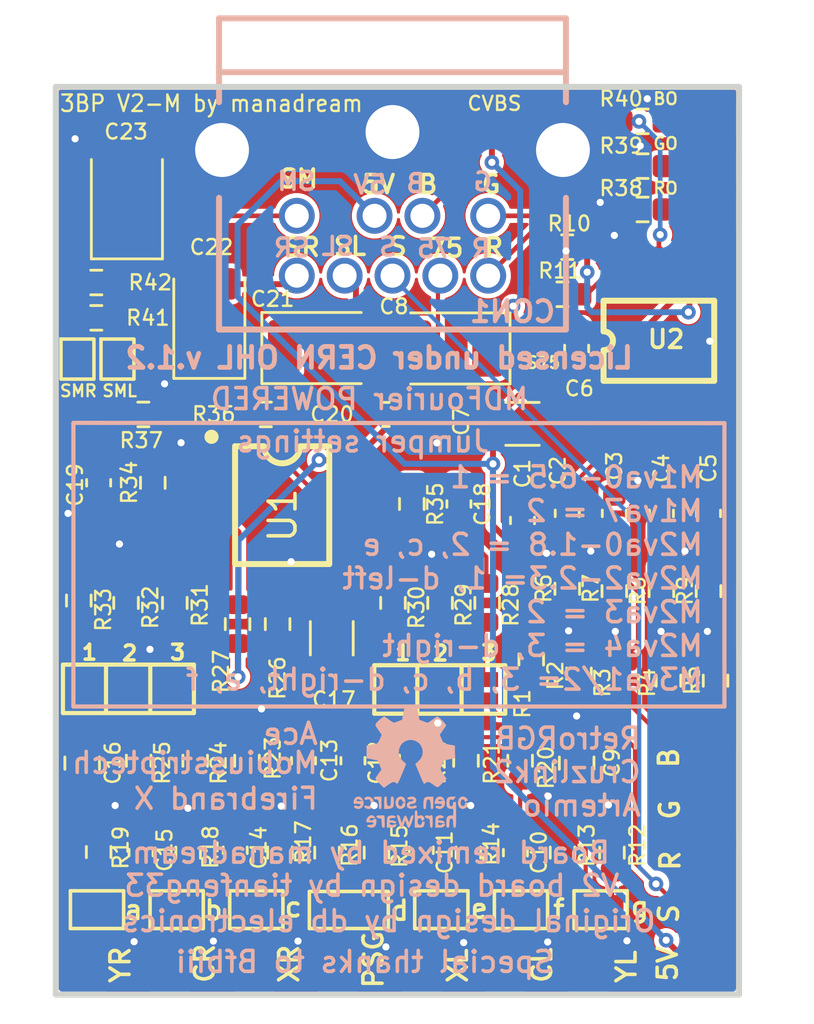
<source format=kicad_pcb>
(kicad_pcb (version 20241229) (generator "pcbnew") (generator_version "9.0")
  (layers (0 "F.Cu" signal) (2 "B.Cu" signal) (13 "F.Paste" user) (15 "B.Paste" user) (5 "F.SilkS" user "F.Silkscreen") (7 "B.SilkS" user "B.Silkscreen") (1 "F.Mask" user) (3 "B.Mask" user) (25 "Edge.Cuts" user))
  (net 0 "")
  (net 1 "GND")
  (net 2 "+5V")
  (net 3 "SYNC-OUT")
  (net 4 "RIGHT")
  (net 5 "SL")
  (net 6 "S$33979")
  (net 7 "LPF")
  (net 8 "YM-LEFT")
  (net 9 "YM-RIGHT")
  (net 10 "SCD-RIGHT")
  (net 11 "32X-RIGHT")
  (net 12 "PSG")
  (net 13 "32X-LEFT")
  (net 14 "SCD-LEFT")
  (net 15 "LEFT")
  (net 16 "SYNC-75")
  (net 17 "R-OUT")
  (net 18 "G-OUT")
  (net 19 "B-OUT")
  (net 20 "R-IN")
  (net 21 "G-IN")
  (net 22 "B-IN")
  (net 23 "SR")
  (net 24 "NET-(U101-PAD7)")
  (net 25 "NET-(U101-PAD8)")
  (net 26 "SM")
  (footprint "easyeda:MD-90SM" (layer "F.Cu") (at 138.806 86.715)
    (property "Reference" "CON1")
    (property "Value" "MD-90SM" (hide yes))
  )
  (footprint "Resistor_SMD:R_0603_1608Metric" (layer "F.Cu") (at 146.6 106.4 -90)
    (property "Reference" "R2")
    (property "Value" "5.62k")
  )
  (footprint "easyeda:JUMPER_PADSX2" (layer "F.Cu") (at 133.239 116.433)
    (property "Reference" "c")
    (property "Value" "JUMPER_PADSX2" (hide yes))
  )
  (footprint "Capacitor_SMD:C_0603_1608Metric" (layer "F.Cu") (at 143.9 114 -90)
    (property "Reference" "C10")
    (property "Value" "1uF/16V")
  )
  (footprint "Capacitor_SMD:C_0603_1608Metric" (layer "F.Cu") (at 134.9 110.1 -90)
    (property "Reference" "C13")
    (property "Value" "1uF/16V")
  )
  (footprint "Resistor_SMD:R_0603_1608Metric" (layer "F.Cu") (at 148.6 106.7 -90)
    (property "Reference" "R3")
    (property "Value" "5.62k")
  )
  (footprint "Resistor_SMD:R_0603_1608Metric" (layer "F.Cu") (at 138 114 90)
    (property "Reference" "R15")
    (property "Value" "2.20k")
  )
  (footprint "" (layer "F.Cu") (at 151.947 84.86 90)
    (property "Reference" "")
    (property "Value" "")
  )
  (footprint "Resistor_SMD:R_0603_1608Metric" (layer "F.Cu") (at 150.1 102.9 90)
    (property "Reference" "R8")
    (property "Value" "1k")
  )
  (footprint "Resistor_SMD:R_0603_1608Metric" (layer "F.Cu") (at 126.2 113.975 90)
    (property "Reference" "R19")
    (property "Value" "2.20k")
  )
  (footprint "Capacitor_SMD:C_1206_3216Metric" (layer "F.Cu") (at 136.1 104.9 -90)
    (property "Reference" "C17")
    (property "Value" "10uF/16V")
  )
  (footprint "Resistor_SMD:R_0603_1608Metric" (layer "F.Cu") (at 133.8 104.3 90)
    (property "Reference" "R26")
    (property "Value" "10k")
  )
  (footprint "easyeda:JUMPER" (layer "F.Cu") (at 140.648 107.518)
    (property "Reference" "1")
    (property "Value" "3")
  )
  (footprint "easyeda:JUMPER" (layer "F.Cu") (at 127.427 107.492)
    (property "Reference" "1")
    (property "Value" "3")
  )
  (footprint "" (layer "F.Cu") (at 145 92.4)
    (property "Reference" "")
    (property "Value" "")
  )
  (footprint "Resistor_SMD:R_0603_1608Metric" (layer "F.Cu") (at 130.3 110.1 90)
    (property "Reference" "R24")
    (property "Value" "210k")
  )
  (footprint "easyeda:JUMPER_PADSX2" (layer "F.Cu") (at 141.096 116.433)
    (property "Reference" "e")
    (property "Value" "JUMPER_PADSX2" (hide yes))
  )
  (footprint "Resistor_SMD:R_0603_1608Metric" (layer "F.Cu") (at 135.9 114 90)
    (property "Reference" "R16")
    (property "Value" "750")
  )
  (footprint "Capacitor_SMD:C_0603_1608Metric" (layer "F.Cu") (at 146.5 92.6 -90)
    (property "Reference" "C6")
    (property "Value" "0.1uF/50V")
  )
  (footprint "Capacitor_Tantalum_SMD:CP_EIA-3528-15_AVX-H" (layer "F.Cu") (at 135.6 92.582)
    (property "Reference" "C21")
    (property "Value" "47uF/10V")
  )
  (footprint "Resistor_SMD:R_0603_1608Metric" (layer "F.Cu") (at 148 114 90)
    (property "Reference" "R12")
    (property "Value" "2.20k")
  )
  (footprint "easyeda:TP50" (layer "F.Cu") (at 151.163 120.052 -90)
    (property "Reference" "5V1" (hide yes))
    (property "Value" "TP_50" (hide yes))
  )
  (footprint "Resistor_SMD:R_0603_1608Metric" (layer "F.Cu") (at 130 114 90)
    (property "Reference" "R18")
    (property "Value" "75.0")
  )
  (footprint "Resistor_SMD:R_0603_1608Metric" (layer "F.Cu") (at 149.3 84.86 180)
    (property "Reference" "R39")
    (property "Value" "511")
  )
  (footprint "Resistor_SMD:R_0603_1608Metric" (layer "F.Cu") (at 149.3 82.96 180)
    (property "Reference" "R40")
    (property "Value" "511")
  )
  (footprint "Resistor_SMD:R_0603_1608Metric" (layer "F.Cu") (at 152.4 106.7 -90)
    (property "Reference" "R5")
    (property "Value" "5.62k")
  )
  (footprint "Capacitor_SMD:C_0805_2012Metric" (layer "F.Cu") (at 125.5 110.2 -90)
    (property "Reference" "C16")
    (property "Value" "10uF/16V")
  )
  (footprint "" (layer "F.Cu") (at 151.947 86.76 90)
    (property "Reference" "")
    (property "Value" "")
  )
  (footprint "Resistor_SMD:R_0603_1608Metric" (layer "F.Cu") (at 132.5 110.1 90)
    (property "Reference" "R23")
    (property "Value" "210k")
  )
  (footprint "easyeda:DMP-8" (layer "F.Cu") (at 133.993 99.25 -90)
    (property "Reference" "U1")
    (property "Value" "TL972IDR" (hide yes))
  )
  (footprint "Resistor_SMD:R_0603_1608Metric" (layer "F.Cu") (at 150.4 106.7 -90)
    (property "Reference" "R4")
    (property "Value" "5.62k")
  )
  (footprint "Resistor_SMD:R_0603_1608Metric" (layer "F.Cu") (at 152.1 102.9 90)
    (property "Reference" "R9")
    (property "Value" "1k")
  )
  (footprint "easyeda:TP50" (layer "F.Cu") (at 152.916 110.807 90)
    (property "Reference" "B1" (hide yes))
    (property "Value" "TP_50" (hide yes))
  )
  (footprint "easyeda:JUMPER_PADSX2" (layer "F.Cu") (at 144.479 116.433)
    (property "Reference" "f")
    (property "Value" "JUMPER_PADSX2" (hide yes))
  )
  (footprint "easyeda:TP50" (layer "F.Cu") (at 128.862 119.57)
    (property "Reference" "SR2" (hide yes))
    (property "Value" "TP_50" (hide yes))
  )
  (footprint "Resistor_SMD:R_0603_1608Metric" (layer "F.Cu") (at 128.5 98.3 90)
    (property "Reference" "R34")
    (property "Value" "300k")
  )
  (footprint "Capacitor_SMD:C_0603_1608Metric" (layer "F.Cu") (at 144.2 99.9 90)
    (property "Reference" "C1")
    (property "Value" "0.1uF/50V")
  )
  (footprint "" (layer "F.Cu") (at 127 93.5)
    (property "Reference" "")
    (property "Value" "")
  )
  (footprint "easyeda:TP50" (layer "F.Cu") (at 152.916 113.371 90)
    (property "Reference" "G1" (hide yes))
    (property "Value" "TP_50" (hide yes))
  )
  (footprint "Resistor_SMD:R_0603_1608Metric" (layer "F.Cu") (at 142.7 103.4 90)
    (property "Reference" "R28")
    (property "Value" "130k")
  )
  (footprint "Resistor_SMD:R_0603_1608Metric" (layer "F.Cu") (at 127.9 110.1 90)
    (property "Reference" "R25")
    (property "Value" "210k")
  )
  (footprint "Resistor_SMD:R_0603_1608Metric" (layer "F.Cu") (at 145.9 114 90)
    (property "Reference" "R13")
    (property "Value" "75.0")
  )
  (footprint "" (layer "F.Cu") (at 125.3 93.5)
    (property "Reference" "")
    (property "Value" "")
  )
  (footprint "Capacitor_SMD:C_0603_1608Metric" (layer "F.Cu") (at 139.9 113.9 90)
    (property "Reference" "C11")
    (property "Value" "1uF/16V")
  )
  (footprint "" (layer "F.Cu") (at 151.947 82.96 90)
    (property "Reference" "")
    (property "Value" "")
  )
  (footprint "Capacitor_SMD:C_0805_2012Metric" (layer "F.Cu") (at 146.5 110.2 -90)
    (property "Reference" "C9")
    (property "Value" "10uF/16V")
  )
  (footprint "" (layer "F.Cu") (at 127 92.636)
    (property "Reference" "")
    (property "Value" "")
  )
  (footprint "Capacitor_SMD:C_0603_1608Metric" (layer "F.Cu") (at 128 114 90)
    (property "Reference" "C15")
    (property "Value" "1uF/16V")
  )
  (footprint "Capacitor_SMD:C_0603_1608Metric" (layer "F.Cu") (at 132 113.9 -90)
    (property "Reference" "C14")
    (property "Value" "1uF/16V")
  )
  (footprint "easyeda:TP50" (layer "F.Cu") (at 125.433 119.57)
    (property "Reference" "YR2" (hide yes))
    (property "Value" "TP_50" (hide yes))
  )
  (footprint "easyeda:JUMPER_PADSX2" (layer "F.Cu") (at 126.474 116.433)
    (property "Reference" "a")
    (property "Value" "JUMPER_PADSX2" (hide yes))
  )
  (footprint "Resistor_SMD:R_0603_1608Metric" (layer "F.Cu") (at 141.8 110.1 90)
    (property "Reference" "R21")
    (property "Value" "210k")
  )
  (footprint "Resistor_SMD:R_0603_1608Metric" (layer "F.Cu") (at 146.1 88.3)
    (property "Reference" "R10")
    (property "Value" "4.7k")
  )
  (footprint "easyeda:TP50" (layer "F.Cu") (at 152.916 116.025 90)
    (property "Reference" "S1" (hide yes))
    (property "Value" "TP_50" (hide yes))
  )
  (footprint "Resistor_SMD:R_0603_1608Metric" (layer "F.Cu") (at 144.1 110.1 90)
    (property "Reference" "R20")
    (property "Value" "210k")
  )
  (footprint "Resistor_SMD:R_0603_1608Metric" (layer "F.Cu") (at 125.357 103.3 90)
    (property "Reference" "R33")
    (property "Value" "10k")
  )
  (footprint "Resistor_SMD:R_0603_1608Metric" (layer "F.Cu") (at 148.1 102.9 90)
    (property "Reference" "R7")
    (property "Value" "1k")
  )
  (footprint "Resistor_SMD:R_0603_1608Metric" (layer "F.Cu") (at 126.1 91.3 180)
    (property "Reference" "R41")
    (property "Value" "1k")
  )
  (footprint "Capacitor_SMD:C_0603_1608Metric" (layer "F.Cu") (at 137 110.1 -90)
    (property "Reference" "C12")
    (property "Value" "1uF/16V")
  )
  (footprint "Resistor_SMD:R_0603_1608Metric" (layer "F.Cu") (at 149.3 86.7 180)
    (property "Reference" "R38")
    (property "Value" "511")
  )
  (footprint "Resistor_SMD:R_0603_1608Metric" (layer "F.Cu") (at 139.5 110.1 90)
    (property "Reference" "R22")
    (property "Value" "210k")
  )
  (footprint "Resistor_SMD:R_0603_1608Metric" (layer "F.Cu") (at 139.5 99.2 -90)
    (property "Reference" "R35")
    (property "Value" "300k")
  )
  (footprint "Capacitor_SMD:C_0603_1608Metric" (layer "F.Cu") (at 148.1 99.6 -90)
    (property "Reference" "C3")
    (property "Value" "0.1uF/50V")
  )
  (footprint "Resistor_SMD:R_0603_1608Metric" (layer "F.Cu") (at 126.1 89.8 180)
    (property "Reference" "R42")
    (property "Value" "1k")
  )
  (footprint "easyeda:OSHW-LOGO_5MM" (layer "F.Cu") (at 140.597 110.375)
    (property "Reference" "G" (hide yes))
    (property "Value" "LOGO" (hide yes))
  )
  (footprint "easyeda:JUMPER_PADSX2" (layer "F.Cu") (at 129.857 116.433)
    (property "Reference" "b")
    (property "Value" "JUMPER_PADSX2" (hide yes))
  )
  (footprint "Capacitor_Tantalum_SMD:CP_EIA-3528-15_AVX-H" (layer "F.Cu") (at 141.2 92.6 180)
    (property "Reference" "C8")
    (property "Value" "220uF/6.3V")
  )
  (footprint "Capacitor_SMD:C_0603_1608Metric" (layer "F.Cu") (at 126.2 98.3 90)
    (property "Reference" "C19")
    (property "Value" "150pF/50V")
  )
  (footprint "Resistor_SMD:R_0603_1608Metric" (layer "F.Cu") (at 129.434 103.4 90)
    (property "Reference" "R31")
    (property "Value" "130k")
  )
  (footprint "easyeda:TP50" (layer "F.Cu") (at 146.007 119.57)
    (property "Reference" "YL1" (hide yes))
    (property "Value" "TP_50" (hide yes))
  )
  (footprint "Resistor_SMD:R_0603_1608Metric" (layer "F.Cu") (at 128.1 95.4 180)
    (property "Reference" "R37")
    (property "Value" "330")
  )
  (footprint "Resistor_SMD:R_0603_1608Metric" (layer "F.Cu") (at 146.1 102.8 90)
    (property "Reference" "R6")
    (property "Value" "1k")
  )
  (footprint "Resistor_SMD:R_0603_1608Metric" (layer "F.Cu") (at 140.7 103.4 90)
    (property "Reference" "R29")
    (property "Value" "100k")
  )
  (footprint "easyeda:TP50" (layer "F.Cu") (at 135.593 119.57)
    (property "Reference" "SN1" (hide yes))
    (property "Value" "TP_50" (hide yes))
  )
  (footprint "Resistor_SMD:R_0603_1608Metric" (layer "F.Cu") (at 138.7 103.4 90)
    (property "Reference" "R30")
    (property "Value" "10k")
  )
  (footprint "Capacitor_SMD:C_0603_1608Metric" (layer "F.Cu") (at 141.5 99.2 -90)
    (property "Reference" "C18")
    (property "Value" "150pF/50V")
  )
  (footprint "Capacitor_SMD:C_0603_1608Metric" (layer "F.Cu") (at 152.1 99.6 90)
    (property "Reference" "C5")
    (property "Value" "0.1uF/50V")
  )
  (footprint "easyeda:TP50" (layer "F.Cu") (at 144.74 119.57)
    (property "Reference" "XL1" (hide yes))
    (property "Value" "TP_50" (hide yes))
  )
  (footprint "Resistor_SMD:R_0603_1608Metric" (layer "F.Cu") (at 133.3 95.4)
    (property "Reference" "R36")
    (property "Value" "330")
  )
  (footprint "Resistor_SMD:R_0603_1608Metric" (layer "F.Cu") (at 127.363 103.4 90)
    (property "Reference" "R32")
    (property "Value" "100k")
  )
  (footprint "Resistor_SMD:R_0603_1608Metric" (layer "F.Cu") (at 133.9 114 90)
    (property "Reference" "R17")
    (property "Value" "75.0")
  )
  (footprint "Capacitor_SMD:C_0603_1608Metric" (layer "F.Cu") (at 146.1 99.6 90)
    (property "Reference" "C2")
    (property "Value" "0.1uF/50V")
  )
  (footprint "Capacitor_Tantalum_SMD:CP_EIA-3528-15_AVX-H" (layer "F.Cu") (at 127.4 86.327 90)
    (property "Reference" "C23")
    (property "Value" "47uF/10V")
  )
  (footprint "Resistor_SMD:R_0603_1608Metric" (layer "F.Cu") (at 132.1 104.3 90)
    (property "Reference" "R27")
    (property "Value" "10k")
  )
  (footprint "Capacitor_SMD:C_1206_3216Metric" (layer "F.Cu") (at 144.2 95.8)
    (property "Reference" "C7")
    (property "Value" "22uF/10V")
  )
  (footprint "easyeda:JUMPER_PADSX2" (layer "F.Cu") (at 147.861 116.433)
    (property "Reference" "g")
    (property "Value" "JUMPER_PADSX2" (hide yes))
  )
  (footprint "easyeda:TSSOP-14" (layer "F.Cu") (at 149.947 92.86)
    (property "Reference" "U2")
    (property "Value" "THS7374IPWR" (hide yes))
  )
  (footprint "Resistor_SMD:R_0603_1608Metric" (layer "F.Cu") (at 141.9 114 90)
    (property "Reference" "R14")
    (property "Value" "75.0")
  )
  (footprint "Resistor_SMD:R_0603_1608Metric" (layer "F.Cu") (at 145.9 90.3)
    (property "Reference" "R11")
    (property "Value" "75.0")
  )
  (footprint "Resistor_SMD:R_0603_1608Metric" (layer "F.Cu") (at 144.572 105.8 90)
    (property "Reference" "R1")
    (property "Value" "2.20k")
  )
  (footprint "Capacitor_Tantalum_SMD:CP_EIA-3528-15_AVX-H" (layer "F.Cu") (at 130.9 91.4 90)
    (property "Reference" "C22")
    (property "Value" "47uF/10V")
  )
  (footprint "easyeda:TP50" (layer "F.Cu") (at 132.291 119.57)
    (property "Reference" "XR2" (hide yes))
    (property "Value" "TP_50" (hide yes))
  )
  (footprint "" (layer "F.Cu") (at 145 91.6)
    (property "Reference" "")
    (property "Value" "")
  )
  (footprint "easyeda:TP50" (layer "F.Cu") (at 138.768 119.57)
    (property "Reference" "SL1" (hide yes))
    (property "Value" "TP_50" (hide yes))
  )
  (footprint "Capacitor_SMD:C_0603_1608Metric" (layer "F.Cu") (at 138.4 95.4 180)
    (property "Reference" "C20")
    (property "Value" "0.1uF/50V")
  )
  (footprint "easyeda:JUMPER_PADSX3" (layer "F.Cu") (at 136.723 116.433)
    (property "Reference" "d")
    (property "Value" "JUMPER_PADSX3" (hide yes))
  )
  (footprint "" (layer "F.Cu") (at 125.3 92.6)
    (property "Reference" "")
    (property "Value" "")
  )
  (footprint "" (layer "F.Cu") (at 142.9 83.5)
    (property "Reference" "")
    (property "Value" "")
  )
  (footprint "Capacitor_SMD:C_0603_1608Metric" (layer "F.Cu") (at 150.1 99.6 90)
    (property "Reference" "C4")
    (property "Value" "0.1uF/50V")
  )
  (footprint "easyeda:TP50" (layer "F.Cu") (at 152.916 113.398 90)
    (property "Reference" "RIN" (hide yes))
    (property "Value" "TP_50" (hide yes))
  )
  (gr_rect (start 126.3 92.2) (end 127.7 93.9) (stroke (width 0.15)) (fill no) (layer "F.SilkS"))
  (gr_rect (start 124.6 92.2) (end 126 93.9) (stroke (width 0.15)) (fill no) (layer "F.SilkS"))
  (gr_line (start 152.154 95.77) (end 152.776 95.77) (stroke (width 0.178)) (layer "B.SilkS"))
  (gr_line (start 125.128 95.757) (end 152.052 95.77) (stroke (width 0.178)) (layer "B.SilkS"))
  (gr_line (start 152.776 107.797) (end 125.128 107.797) (stroke (width 0.178)) (layer "B.SilkS"))
  (gr_line (start 125.128 107.797) (end 125.128 95.77) (stroke (width 0.178)) (layer "B.SilkS"))
  (gr_line (start 152.776 95.77) (end 152.776 107.797) (stroke (width 0.178)) (layer "B.SilkS"))
  (gr_line (start 152.001 95.77) (end 152.154 95.77) (stroke (width 0.178)) (layer "B.SilkS"))
  (gr_line (start 153.398 120.027) (end 124.379 120.027) (stroke (width 0.254)) (layer "Edge.Cuts"))
  (gr_line (start 124.379 120.027) (end 124.379 81.495) (stroke (width 0.254)) (layer "Edge.Cuts"))
  (gr_line (start 124.379 81.495) (end 153.398 81.495) (stroke (width 0.254)) (layer "Edge.Cuts"))
  (gr_line (start 153.398 81.495) (end 153.398 120.027) (stroke (width 0.254)) (layer "Edge.Cuts"))
  (gr_text "R" (at 150.477 114.843 90) (layer "F.SilkS") (effects (font (size 0.813 0.813) (thickness 0.152)) (justify left)))
  (gr_text "SML" (at 126.3 94.4 0) (layer "F.SilkS") (effects (font (size 0.5 0.5) (thickness 0.1) (bold yes)) (justify left)))
  (gr_text "SMR" (at 124.5 94.4 0) (layer "F.SilkS") (effects (font (size 0.5 0.5) (thickness 0.1) (bold yes)) (justify left)))
  (gr_text "S75" (at 144.3 93.2 0) (layer "F.SilkS") (effects (font (size 0.5 0.5) (thickness 0.1) (bold yes)) (justify left)))
  (gr_text "YL" (at 148.611 119.613 90) (layer "F.SilkS") (effects (font (size 0.813 0.813) (thickness 0.152)) (justify left)))
  (gr_text "PSG" (at 137.866 119.837 90) (layer "F.SilkS") (effects (font (size 0.813 0.813) (thickness 0.152)) (justify left)))
  (gr_text "GO" (at 149.7 83.9 0) (layer "F.SilkS") (effects (font (size 0.5 0.5) (thickness 0.1) (bold yes)) (justify left)))
  (gr_text "R" (at 142.502 88.313 0) (layer "F.SilkS") (effects (font (size 0.762 0.762) (thickness 0.152)) (justify left)))
  (gr_text "RO" (at 149.7 85.8 0) (layer "F.SilkS") (effects (font (size 0.5 0.5) (thickness 0.1) (bold yes)) (justify left)))
  (gr_text "CR" (at 130.703 119.613 90) (layer "F.SilkS") (effects (font (size 0.813 0.813) (thickness 0.152)) (justify left)))
  (gr_text "SR" (at 133.993 88.3 0) (layer "F.SilkS") (effects (font (size 0.762 0.762) (thickness 0.152)) (justify left)))
  (gr_text "B" (at 150.414 110.487 90) (layer "F.SilkS") (effects (font (size 0.813 0.813) (thickness 0.152)) (justify left)))
  (gr_text "SM" (at 133.8 85.4 0) (layer "F.SilkS") (effects (font (size 0.762 0.762) (thickness 0.152)) (justify left)))
  (gr_text "G" (at 142.388 85.633 0) (layer "F.SilkS") (effects (font (size 0.762 0.762) (thickness 0.152)) (justify left)))
  (gr_text "75" (at 140.127 88.338 0) (layer "F.SilkS") (effects (font (size 0.762 0.762) (thickness 0.152)) (justify left)))
  (gr_text "5V" (at 137.295 85.633 0) (layer "F.SilkS") (effects (font (size 0.762 0.762) (thickness 0.152)) (justify left)))
  (gr_text "2" (at 140.316 105.537 0) (layer "F.SilkS") (effects (font (size 0.635 0.635) (thickness 0.152)) (justify left)))
  (gr_text "SL" (at 136.101 88.262 0) (layer "F.SilkS") (effects (font (size 0.762 0.762) (thickness 0.152)) (justify left)))
  (gr_text "XR" (at 134.285 119.613 90) (layer "F.SilkS") (effects (font (size 0.813 0.813) (thickness 0.152)) (justify left)))
  (gr_text "BO" (at 149.7 82 0) (layer "F.SilkS") (effects (font (size 0.5 0.5) (thickness 0.1) (bold yes)) (justify left)))
  (gr_text "CVBS" (at 141.8 82.2 0) (layer "F.SilkS") (effects (font (size 0.6 0.6) (thickness 0.1) (bold yes)) (justify left)))
  (gr_text "CL" (at 145.029 119.613 90) (layer "F.SilkS") (effects (font (size 0.813 0.813) (thickness 0.152)) (justify left)))
  (gr_text "3BP V2-M by manadream" (at 124.5 82.2 0) (layer "F.SilkS") (effects (font (size 0.7 0.65) (thickness 0.1) (bold yes)) (justify left)))
  (gr_text "5V" (at 150.363 119.55 90) (layer "F.SilkS") (effects (font (size 0.813 0.813) (thickness 0.152)) (justify left)))
  (gr_text "XL" (at 141.447 119.613 90) (layer "F.SilkS") (effects (font (size 0.813 0.813) (thickness 0.152)) (justify left)))
  (gr_text "G" (at 150.452 112.682 90) (layer "F.SilkS") (effects (font (size 0.813 0.813) (thickness 0.152)) (justify left)))
  (gr_text "S" (at 150.414 117.078 90) (layer "F.SilkS") (effects (font (size 0.813 0.813) (thickness 0.152)) (justify left)))
  (gr_text "2" (at 127.116 105.537 0) (layer "F.SilkS") (effects (font (size 0.635 0.635) (thickness 0.152)) (justify left)))
  (gr_text "S" (at 138.451 88.274 0) (layer "F.SilkS") (effects (font (size 0.762 0.762) (thickness 0.152)) (justify left)))
  (gr_text "YR" (at 127.122 119.613 90) (layer "F.SilkS") (effects (font (size 0.813 0.813) (thickness 0.152)) (justify left)))
  (gr_text "B" (at 139.708 85.633 0) (layer "F.SilkS") (effects (font (size 0.762 0.762) (thickness 0.152)) (justify left)))
  (gr_text "G" (at 142.997 85.519 0) (layer "B.SilkS") (effects (font (size 0.762 0.762) (thickness 0.152)) (justify left mirror)))
  (gr_text "Ace" (at 135.593 108.953 0) (layer "B.SilkS") (effects (font (size 0.889 0.889) (thickness 0.152)) (justify left mirror)))
  (gr_text "SL" (at 137.13 88.262 0) (layer "B.SilkS") (effects (font (size 0.762 0.762) (thickness 0.152)) (justify left mirror)))
  (gr_text "M1va0-6.5 = 1\nM1va7 = 2\nM2va0-1.8 = 2, c, e\nM2va2-2.3= 1, d-left\nM2va3 = 2\nM2va4 = 3, d-right\nM3va1/2= 3, b, c, d-right, e, f" (at 151.947 102.36 0) (layer "B.SilkS") (effects (font (size 0.889 0.889) (thickness 0.152)) (justify left mirror)))
  (gr_text "Special thanks to Bfbiii" (at 145.631 118.635 0) (layer "B.SilkS") (effects (font (size 0.889 0.889) (thickness 0.152)) (justify left mirror)))
  (gr_text "Original design by db electronics" (at 149.939 116.907 0) (layer "B.SilkS") (effects (font (size 0.889 0.889) (thickness 0.152)) (justify left mirror)))
  (gr_text "Artemio" (at 149.309 112 0) (layer "B.SilkS") (effects (font (size 0.889 0.889) (thickness 0.152)) (justify left mirror)))
  (gr_text "B" (at 140.142 85.595 0) (layer "B.SilkS") (effects (font (size 0.762 0.762) (thickness 0.152)) (justify left mirror)))
  (gr_text "Cruzlink2" (at 149.309 110.578 0) (layer "B.SilkS") (effects (font (size 0.889 0.889) (thickness 0.152)) (justify left mirror)))
  (gr_text "S" (at 138.948 88.287 0) (layer "B.SilkS") (effects (font (size 0.762 0.762) (thickness 0.152)) (justify left mirror)))
  (gr_text "Board remixed by manadream" (at 148 114 0) (layer "B.SilkS") (effects (font (size 0.889 0.889) (thickness 0.152)) (justify left mirror)))
  (gr_text "MDFourier POWERED" (at 144.528 94.746 0) (layer "B.SilkS") (effects (font (size 0.889 0.889) (thickness 0.152)) (justify left mirror)))
  (gr_text "Firebrand X" (at 135.593 111.709 0) (layer "B.SilkS") (effects (font (size 0.889 0.889) (thickness 0.152)) (justify left mirror)))
  (gr_text "SM" (at 135.5 85.5 0) (layer "B.SilkS") (effects (font (size 0.762 0.762) (thickness 0.152)) (justify left mirror)))
  (gr_text "SR" (at 135.242 88.325 0) (layer "B.SilkS") (effects (font (size 0.762 0.762) (thickness 0.152)) (justify left mirror)))
  (gr_text "75" (at 141.288 88.363 0) (layer "B.SilkS") (effects (font (size 0.762 0.762) (thickness 0.152)) (justify left mirror)))
  (gr_text "V2 board design by tianfeng33" (at 148.4 115.4 0) (layer "B.SilkS") (effects (font (size 0.889 0.889) (thickness 0.152)) (justify left mirror)))
  (gr_text "Jumper settings" (at 142.87 96.545 0) (layer "B.SilkS") (effects (font (size 0.889 0.889) (thickness 0.152)) (justify left mirror)))
  (gr_text "R" (at 142.911 88.363 0) (layer "B.SilkS") (effects (font (size 0.762 0.762) (thickness 0.152)) (justify left mirror)))
  (gr_text "Mobiusstriptech" (at 135.593 110.189 0) (layer "B.SilkS") (effects (font (size 0.889 0.889) (thickness 0.152)) (justify left mirror)))
  (gr_text "5V" (at 138.511 85.646 0) (layer "B.SilkS") (effects (font (size 0.762 0.762) (thickness 0.152)) (justify left mirror)))
  (gr_text "RetroRGB" (at 149.309 109.156 0) (layer "B.SilkS") (effects (font (size 0.889 0.889) (thickness 0.152)) (justify left mirror)))
  (gr_text "Licensed under CERN OHL v.1.2" (at 149 93 0) (layer "B.SilkS") (effects (font (size 0.889 0.889) (thickness 0.203)) (justify left mirror)))
  (segment (start 152.154 92.29) (end 151.715594 92.29) (width 0.25) (layer "F.Cu") (net 1))
  (via (at 146.159 104.584) (size 0.62) (drill 0.305) (layers "F.Cu" "B.Cu") (net 1))
  (via (at 147.1 101.2) (size 0.62) (drill 0.305) (layers "F.Cu" "B.Cu") (net 1))
  (via (at 133.955 112.026) (size 0.62) (drill 0.305) (layers "F.Cu" "B.Cu") (net 1))
  (via (at 151.1 101.2) (size 0.62) (drill 0.305) (layers "F.Cu" "B.Cu") (net 1))
  (via (at 152.154 92.29) (size 0.62) (drill 0.305) (layers "F.Cu" "B.Cu") (net 1))
  (via (at 137.9 112) (size 0.62) (drill 0.305) (layers "F.Cu" "B.Cu") (net 1))
  (via (at 150.084 104.609) (size 0.62) (drill 0.305) (layers "F.Cu" "B.Cu") (net 1))
  (via (at 147.849 111.975) (size 0.62) (drill 0.305) (layers "F.Cu" "B.Cu") (net 1))
  (via (at 125.2 83.7) (size 0.62) (drill 0.305) (layers "F.Cu" "B.Cu") (net 1))
  (via (at 146.5 108.2) (size 0.62) (drill 0.305) (layers "F.Cu" "B.Cu") (net 1))
  (via (at 152.052 104.609) (size 0.62) (drill 0.305) (layers "F.Cu" "B.Cu") (net 1))
  (via (at 145.27 117.792) (size 0.62) (drill 0.305) (layers "F.Cu" "B.Cu") (net 1))
  (via (at 124.9 99.6) (size 0.62) (drill 0.305) (layers "F.Cu" "B.Cu") (net 1))
  (via (at 145.219772 101.293652) (size 0.62) (drill 0.305) (layers "F.Cu" "B.Cu") (net 1))
  (via (at 140.6 108.5) (size 0.62) (drill 0.305) (layers "F.Cu" "B.Cu") (net 1))
  (via (at 134.666 117.754) (size 0.62) (drill 0.305) (layers "F.Cu" "B.Cu") (net 1))
  (via (at 148.141 104.609) (size 0.62) (drill 0.305) (layers "F.Cu" "B.Cu") (net 1))
  (via (at 131.072 117.754) (size 0.62) (drill 0.305) (layers "F.Cu" "B.Cu") (net 1))
  (via (at 133.117 107.899) (size 0.62) (drill 0.305) (layers "F.Cu" "B.Cu") (net 1))
  (via (at 147.5 86.4) (size 0.62) (drill 0.305) (layers "F.Cu" "B.Cu") (net 1))
  (via (at 149.5 82) (size 0.62) (drill 0.305) (layers "F.Cu" "B.Cu") (net 1))
  (via (at 141.702 117.817) (size 0.62) (drill 0.305) (layers "F.Cu" "B.Cu") (net 1))
  (via (at 148.636 117.741) (size 0.62) (drill 0.305) (layers "F.Cu" "B.Cu") (net 1))
  (via (at 128.379 105.371) (size 0.62) (drill 0.305) (layers "F.Cu" "B.Cu") (net 1))
  (via (at 149.1 98.2) (size 0.62) (drill 0.305) (layers "F.Cu" "B.Cu") (net 1))
  (via (at 129.992 112.115) (size 0.62) (drill 0.305) (layers "F.Cu" "B.Cu") (net 1))
  (via (at 140.559 96.608) (size 0.62) (drill 0.305) (layers "F.Cu" "B.Cu") (net 1))
  (via (at 129 94.1) (size 0.62) (drill 0.305) (layers "F.Cu" "B.Cu") (net 1))
  (via (at 140.343 101.333) (size 0.62) (drill 0.305) (layers "F.Cu" "B.Cu") (net 1))
  (via (at 127.084 100.901) (size 0.62) (drill 0.305) (layers "F.Cu" "B.Cu") (net 1))
  (via (at 138.4 118) (size 0.62) (drill 0.305) (layers "F.Cu" "B.Cu") (net 1))
  (via (at 126.9 112) (size 0.62) (drill 0.305) (layers "F.Cu" "B.Cu") (net 1))
  (via (at 149.2 84) (size 0.62) (drill 0.305) (layers "F.Cu" "B.Cu") (net 1))
  (via (at 129.7 96.6) (size 0.62) (drill 0.305) (layers "F.Cu" "B.Cu") (net 1))
  (via (at 134.374 101.65) (size 0.62) (drill 0.305) (layers "F.Cu" "B.Cu") (net 1))
  (via (at 127.706 117.779) (size 0.62) (drill 0.305) (layers "F.Cu" "B.Cu") (net 1))
  (via (at 142 112) (size 0.62) (drill 0.305) (layers "F.Cu" "B.Cu") (net 1))
  (via (at 146.047 88.46) (size 0.62) (drill 0.305) (layers "F.Cu" "B.Cu") (net 1))
  (via (at 148.1 87.8) (size 0.62) (drill 0.305) (layers "F.Cu" "B.Cu") (net 1))
  (via (at 145.290321 111.602026) (size 0.62) (drill 0.305) (layers "F.Cu" "B.Cu") (net 1))
  (segment (start 147.3585 94.6) (end 147.4325 94.526) (width 0.254) (layer "F.Cu") (net 2))
  (segment (start 150.689 90.465) (end 150.689 89.122) (width 0.254) (layer "F.Cu") (net 2))
  (segment (start 142.743 95.897) (end 142.743 95.504) (width 0.254) (layer "F.Cu") (net 2))
  (segment (start 150.3 117.716) (end 150.3 117.728) (width 0.254) (layer "F.Cu") (net 2))
  (segment (start 139.223 95.401) (end 142.247 95.401) (width 0.254) (layer "F.Cu") (net 2))
  (segment (start 146.604 91.899) (end 149.256 91.899) (width 0.254) (layer "F.Cu") (net 2))
  (segment (start 142.946 100.113) (end 143.452 100.619) (width 0.254) (layer "F.Cu") (net 2))
  (segment (start 132.113 105.318) (end 132.113 106.527) (width 0.254) (layer "F.Cu") (net 2))
  (segment (start 147.4325 94.526) (end 147.4325 92.7275) (width 0.254) (layer "F.Cu") (net 2))
  (segment (start 139.223 95.401) (end 138.984 95.401) (width 0.254) (layer "F.Cu") (net 2))
  (segment (start 132.113 106.527) (end 132.126 106.54) (width 0.254) (layer "F.Cu") (net 2))
  (segment (start 142.247 95.401) (end 142.743 95.897) (width 0.254) (layer "F.Cu") (net 2))
  (segment (start 138.984 95.401) (end 137.042 97.343) (width 0.254) (layer "F.Cu") (net 2))
  (segment (start 142.946 95.897) (end 142.946 97.497) (width 0.254) (layer "F.Cu") (net 2))
  (segment (start 142.743 95.897) (end 142.946 95.897) (width 0.254) (layer "F.Cu") (net 2))
  (segment (start 143.452 100.619) (end 144.166 100.619) (width 0.254) (layer "F.Cu") (net 2))
  (segment (start 144.572 101.025) (end 144.572 104.738) (width 0.254) (layer "F.Cu") (net 2))
  (segment (start 147.4325 92.7275) (end 146.604 91.899) (width 0.254) (layer "F.Cu") (net 2))
  (segment (start 142.946 97.497) (end 142.946 100.113) (width 0.254) (layer "F.Cu") (net 2))
  (segment (start 150.3 117.728) (end 151.608 119.036) (width 0.254) (layer "F.Cu") (net 2))
  (segment (start 144.04 94.6) (end 147.3585 94.6) (width 0.254) (layer "F.Cu") (net 2))
  (segment (start 135.568 97.345) (end 135.555 97.332) (width 0.254) (layer "F.Cu") (net 2))
  (segment (start 146.348 91.899) (end 146.604 91.899) (width 0.254) (layer "F.Cu") (net 2))
  (segment (start 149.256 91.899) (end 150.689 90.465) (width 0.254) (layer "F.Cu") (net 2))
  (segment (start 144.166 100.619) (end 144.572 101.025) (width 0.254) (layer "F.Cu") (net 2))
  (segment (start 137.396 97.345) (end 135.568 97.345) (width 0.254) (layer "F.Cu") (net 2))
  (segment (start 151.608 119.036) (end 152.052 119.036) (width 0.254) (layer "F.Cu") (net 2))
  (segment (start 142.743 95.897) (end 144.04 94.6) (width 0.254) (layer "F.Cu") (net 2))
  (via (at 135.555 97.332) (size 0.62) (drill 0.305) (layers "F.Cu" "B.Cu") (net 2))
  (via (at 150.3 117.716) (size 0.62) (drill 0.305) (layers "F.Cu" "B.Cu") (net 2))
  (via (at 132.126 106.54) (size 0.62) (drill 0.305) (layers "F.Cu" "B.Cu") (net 2))
  (via (at 142.946 97.497) (size 0.62) (drill 0.305) (layers "F.Cu" "B.Cu") (net 2))
  (segment (start 132.1 87.35) (end 133.95 85.5) (width 0.254) (layer "B.Cu") (net 2))
  (segment (start 132.1 90.4) (end 132.1 87.35) (width 0.254) (layer "B.Cu") (net 2))
  (segment (start 142.946 110.362) (end 142.946 97.497) (width 0.254) (layer "B.Cu") (net 2))
  (segment (start 133.95 85.5) (end 136.448 85.5) (width 0.254) (layer "B.Cu") (net 2))
  (segment (start 150.3 117.716) (end 142.946 110.362) (width 0.254) (layer "B.Cu") (net 2))
  (segment (start 132.126 100.761) (end 132.126 106.54) (width 0.254) (layer "B.Cu") (net 2))
  (segment (start 139.197 97.497) (end 132.1 90.4) (width 0.254) (layer "B.Cu") (net 2))
  (segment (start 136.448 85.5) (end 137.917 86.969) (width 0.254) (layer "B.Cu") (net 2))
  (segment (start 142.946 97.497) (end 139.197 97.497) (width 0.254) (layer "B.Cu") (net 2))
  (segment (start 135.555 97.332) (end 132.126 100.761) (width 0.254) (layer "B.Cu") (net 2))
  (segment (start 151.391 116.851) (end 149.868 115.328) (width 0.178) (layer "F.Cu") (net 3))
  (segment (start 145.108 106.603) (end 144.572 106.638) (width 0.178) (layer "F.Cu") (net 3))
  (segment (start 146.539 107.657) (end 146.643 107.553) (width 0.178) (layer "F.Cu") (net 3))
  (segment (start 146.146 98.564) (end 148.077 96.634) (width 0.178) (layer "F.Cu") (net 3))
  (segment (start 148.077 96.634) (end 148.09 96.621) (width 0.178) (layer "F.Cu") (net 3))
  (segment (start 144.572 106.638) (end 144.566 106.851) (width 0.178) (layer "F.Cu") (net 3))
  (segment (start 147.15 102.948) (end 147.15 103.111) (width 0.178) (layer "F.Cu") (net 3))
  (segment (start 149.868 115.328) (end 148.979 114.439) (width 0.178) (layer "F.Cu") (net 3))
  (segment (start 146.185 100.669) (end 146.172 100.657) (width 0.178) (layer "F.Cu") (net 3))
  (segment (start 148.979 114.439) (end 148.979 109.562) (width 0.178) (layer "F.Cu") (net 3))
  (segment (start 145.372 107.657) (end 146.539 107.657) (width 0.178) (layer "F.Cu") (net 3))
  (segment (start 146.185 101.983) (end 146.185 100.669) (width 0.178) (layer "F.Cu") (net 3))
  (segment (start 152.027 116.851) (end 151.391 116.851) (width 0.178) (layer "F.Cu") (net 3))
  (segment (start 147.956 89.272) (end 146.928 90.3) (width 0.2) (layer "F.Cu") (net 3))
  (segment (start 147.633 107.073) (end 147.163 106.603) (width 0.178) (layer "F.Cu") (net 3))
  (segment (start 148.979 109.562) (end 147.633 108.216) (width 0.178) (layer "F.Cu") (net 3))
  (segment (start 148.042 89.272) (end 147.956 89.272) (width 0.2) (layer "F.Cu") (net 3))
  (segment (start 146.146 98.719) (end 146.146 98.564) (width 0.178) (layer "F.Cu") (net 3))
  (segment (start 147.15 103.111) (end 147.15 105.147) (width 0.178) (layer "F.Cu") (net 3))
  (segment (start 147.633 108.216) (end 147.633 107.073) (width 0.178) (layer "F.Cu") (net 3))
  (segment (start 146.185 101.983) (end 147.15 102.948) (width 0.178) (layer "F.Cu") (net 3))
  (segment (start 148.09 96.621) (end 148.09 95.122) (width 0.178) (layer "F.Cu") (net 3))
  (segment (start 147.163 106.603) (end 145.108 106.603) (width 0.178) (layer "F.Cu") (net 3))
  (segment (start 147.15 105.147) (end 146.643 105.653) (width 0.178) (layer "F.Cu") (net 3))
  (segment (start 144.566 106.851) (end 145.372 107.657) (width 0.178) (layer "F.Cu") (net 3))
  (via (at 149.868 115.328) (size 0.62) (drill 0.305) (layers "F.Cu" "B.Cu") (net 3))
  (segment (start 149.868 115.328) (end 149.157 114.617) (width 0.178) (layer "B.Cu") (net 3))
  (segment (start 149.157 100.063) (end 138.679 89.585) (width 0.178) (layer "B.Cu") (net 3))
  (segment (start 149.157 114.617) (end 149.157 100.063) (width 0.178) (layer "B.Cu") (net 3))
  (segment (start 138.679 89.585) (end 138.679 89.509) (width 0.178) (layer "B.Cu") (net 3))
  (segment (start 129.433 102.389) (end 127.363 102.389) (width 0.178) (layer "F.Cu") (net 4))
  (segment (start 128.455 99.298) (end 128.468 99.285) (width 0.178) (layer "F.Cu") (net 4))
  (segment (start 127.949 109.1) (end 130.258 109.1) (width 0.178) (layer "F.Cu") (net 4))
  (segment (start 126.169 99.298) (end 128.455 99.298) (width 0.178) (layer "F.Cu") (net 4))
  (segment (start 127.363 102.389) (end 125.357 102.389) (width 0.178) (layer "F.Cu") (net 4))
  (segment (start 125.3 92.6) (end 125.3 91.455) (width 0.2) (layer "F.Cu") (net 4))
  (segment (start 130.246 95.44) (end 130.904 96.098) (width 0.178) (layer "F.Cu") (net 4))
  (segment (start 130.946 103.902) (end 129.433 102.389) (width 0.178) (layer "F.Cu") (net 4))
  (segment (start 125.357 100.111) (end 126.169 99.298) (width 0.178) (layer "F.Cu") (net 4))
  (segment (start 130.904 96.098) (end 130.942 96.154) (width 0.178) (layer "F.Cu") (net 4))
  (segment (start 125.3 91.455) (end 125.172 91.327) (width 0.2) (layer "F.Cu") (net 4))
  (segment (start 130.942 96.154) (end 130.942 97.345) (width 0.178) (layer "F.Cu") (net 4))
  (segment (start 130.946 109.1) (end 130.946 103.902) (width 0.178) (layer "F.Cu") (net 4))
  (segment (start 129.101 95.44) (end 130.246 95.44) (width 0.178) (layer "F.Cu") (net 4))
  (segment (start 128.468 99.285) (end 129.138 98.615) (width 0.178) (layer "F.Cu") (net 4))
  (segment (start 125.3 96.528) (end 125.3 93.5) (width 0.2) (layer "F.Cu") (net 4))
  (segment (start 132.563 109.1) (end 130.258 109.1) (width 0.178) (layer "F.Cu") (net 4))
  (segment (start 128.455 97.398) (end 128.468 97.385) (width 0.178) (layer "F.Cu") (net 4))
  (segment (start 126.17 97.398) (end 125.3 96.528) (width 0.2) (layer "F.Cu") (net 4))
  (segment (start 125.357 102.389) (end 125.357 100.111) (width 0.178) (layer "F.Cu") (net 4))
  (segment (start 126.169 97.398) (end 128.455 97.398) (width 0.178) (layer "F.Cu") (net 4))
  (segment (start 128.468 97.385) (end 128.508 97.345) (width 0.178) (layer "F.Cu") (net 4))
  (segment (start 129.138 98.615) (end 130.942 98.615) (width 0.178) (layer "F.Cu") (net 4))
  (segment (start 128.508 97.345) (end 130.942 97.345) (width 0.178) (layer "F.Cu") (net 4))
  (segment (start 134.076 94.124) (end 134.076 92.582) (width 0.25) (layer "F.Cu") (net 5))
  (segment (start 137.127 92.582) (end 137.127 89.989) (width 0.25) (layer "F.Cu") (net 5))
  (segment (start 137.127 89.989) (end 136.647 89.509) (width 0.25) (layer "F.Cu") (net 5))
  (segment (start 133.359 94.4) (end 133.8 94.4) (width 0.25) (layer "F.Cu") (net 5))
  (segment (start 132.319 95.44) (end 133.359 94.4) (width 0.25) (layer "F.Cu") (net 5))
  (segment (start 133.8 94.4) (end 134.076 94.124) (width 0.25) (layer "F.Cu") (net 5))
  (segment (start 136.609 89.547) (end 136.647 89.509) (width 0.178) (layer "F.Cu") (net 5))
  (segment (start 132.113 103.418) (end 132.113 103.418) (width 0.178) (layer "F.Cu") (net 6))
  (segment (start 133.803 103.418) (end 132.113 103.418) (width 0.178) (layer "F.Cu") (net 6))
  (segment (start 136.622 103.707) (end 136.063 103.707) (width 0.178) (layer "F.Cu") (net 6))
  (segment (start 135.774 103.418) (end 136.063 103.707) (width 0.178) (layer "F.Cu") (net 6))
  (segment (start 137.396 101.155) (end 137.396 102.933) (width 0.178) (layer "F.Cu") (net 6))
  (segment (start 137.396 102.933) (end 136.622 103.707) (width 0.178) (layer "F.Cu") (net 6))
  (segment (start 131.694 99.898) (end 130.538 99.885) (width 0.178) (layer "F.Cu") (net 6))
  (segment (start 132.113 103.418) (end 132.177 103.418) (width 0.178) (layer "F.Cu") (net 6))
  (segment (start 133.803 103.418) (end 135.774 103.418) (width 0.178) (layer "F.Cu") (net 6))
  (segment (start 132.177 100.38) (end 131.694 99.898) (width 0.178) (layer "F.Cu") (net 6))
  (segment (start 132.177 103.418) (end 132.177 100.38) (width 0.178) (layer "F.Cu") (net 6))
  (segment (start 146.947 89.36) (end 146.947 88.488) (width 0.25) (layer "F.Cu") (net 7))
  (segment (start 151.291 91.016) (end 151.247 91.06) (width 0.25) (layer "F.Cu") (net 7))
  (segment (start 146.947 88.488) (end 146.975 88.46) (width 0.25) (layer "F.Cu") (net 7))
  (segment (start 151.291 89.272) (end 151.291 91.016) (width 0.25) (layer "F.Cu") (net 7))
  (via (at 146.947 89.36) (size 0.62) (drill 0.305) (layers "F.Cu" "B.Cu") (net 7))
  (via (at 151.247 91.06) (size 0.62) (drill 0.305) (layers "F.Cu" "B.Cu") (net 7))
  (segment (start 146.947 89.36) (end 146.947 90.86) (width 0.25) (layer "B.Cu") (net 7))
  (segment (start 147.147 91.06) (end 151.247 91.06) (width 0.25) (layer "B.Cu") (net 7))
  (segment (start 146.947 90.86) (end 147.147 91.06) (width 0.25) (layer "B.Cu") (net 7))
  (segment (start 140.673 104.379) (end 140.647 104.352) (width 0.178) (layer "F.Cu") (net 8))
  (segment (start 140.825 107.505) (end 142.54 107.543) (width 0.178) (layer "F.Cu") (net 8))
  (segment (start 147.836 116.496) (end 148.001 116.496) (width 0.178) (layer "F.Cu") (net 8))
  (segment (start 146.972 116.433) (end 146.883 116.433) (width 0.178) (layer "F.Cu") (net 8))
  (segment (start 143.188 108.178) (end 142.527 107.518) (width 0.178) (layer "F.Cu") (net 8))
  (segment (start 146.54 109.207) (end 145.867 109.207) (width 0.178) (layer "F.Cu") (net 8))
  (segment (start 146.883 111.709) (end 146.54 111.366) (width 0.178) (layer "F.Cu") (net 8))
  (segment (start 148.001 114.904) (end 147.886 114.881) (width 0.178) (layer "F.Cu") (net 8))
  (segment (start 142.527 106.654) (end 142.527 104.492) (width 0.178) (layer "F.Cu") (net 8))
  (segment (start 144.839 108.178) (end 143.188 108.178) (width 0.178) (layer "F.Cu") (net 8))
  (segment (start 142.527 104.492) (end 142.667 104.352) (width 0.178) (layer "F.Cu") (net 8))
  (segment (start 148.001 116.496) (end 148.001 114.904) (width 0.178) (layer "F.Cu") (net 8))
  (segment (start 138.819 106.654) (end 138.819 104.543) (width 0.178) (layer "F.Cu") (net 8))
  (segment (start 145.867 109.207) (end 144.839 108.178) (width 0.178) (layer "F.Cu") (net 8))
  (segment (start 138.819 104.543) (end 138.628 104.352) (width 0.178) (layer "F.Cu") (net 8))
  (segment (start 147.023 118.681) (end 146.845 118.503) (width 0.178) (layer "F.Cu") (net 8))
  (segment (start 146.845 118.503) (end 146.845 116.496) (width 0.178) (layer "F.Cu") (net 8))
  (segment (start 140.673 106.654) (end 140.673 104.379) (width 0.178) (layer "F.Cu") (net 8))
  (segment (start 146.883 116.433) (end 146.883 111.709) (width 0.178) (layer "F.Cu") (net 8))
  (segment (start 138.819 107.518) (end 140.673 107.518) (width 0.178) (layer "F.Cu") (net 8))
  (segment (start 125.192 111.683) (end 125.192 115.696) (width 0.178) (layer "F.Cu") (net 9))
  (segment (start 125.357 104.289) (end 125.357 106.387) (width 0.178) (layer "F.Cu") (net 9))
  (segment (start 127.363 106.539) (end 127.452 106.629) (width 0.178) (layer "F.Cu") (net 9))
  (segment (start 125.192 115.696) (end 125.585 116.09) (width 0.178) (layer "F.Cu") (net 9))
  (segment (start 125.357 106.387) (end 125.598 106.629) (width 0.178) (layer "F.Cu") (net 9))
  (segment (start 129.243 107.556) (end 129.307 107.492) (width 0.178) (layer "F.Cu") (net 9))
  (segment (start 126.703 115.308) (end 126.171 114.777) (width 0.178) (layer "F.Cu") (net 9))
  (segment (start 126.093 107.556) (end 127.389 107.556) (width 0.178) (layer "F.Cu") (net 9))
  (segment (start 125.509 107.581) (end 125.509 109.207) (width 0.178) (layer "F.Cu") (net 9))
  (segment (start 126.703 116.547) (end 126.703 115.308) (width 0.178) (layer "F.Cu") (net 9))
  (segment (start 125.509 111.366) (end 125.192 111.683) (width 0.178) (layer "F.Cu") (net 9))
  (segment (start 127.948 107.556) (end 129.243 107.556) (width 0.178) (layer "F.Cu") (net 9))
  (segment (start 125.687 118.681) (end 125.712 118.655) (width 0.178) (layer "F.Cu") (net 9))
  (segment (start 129.433 106.502) (end 129.307 106.629) (width 0.178) (layer "F.Cu") (net 9))
  (segment (start 127.363 104.289) (end 127.363 106.539) (width 0.178) (layer "F.Cu") (net 9))
  (segment (start 129.433 104.289) (end 129.433 106.502) (width 0.178) (layer "F.Cu") (net 9))
  (segment (start 125.598 107.492) (end 125.509 107.581) (width 0.178) (layer "F.Cu") (net 9))
  (segment (start 127.389 107.556) (end 127.452 107.492) (width 0.178) (layer "F.Cu") (net 9))
  (segment (start 125.585 116.09) (end 125.585 116.433) (width 0.178) (layer "F.Cu") (net 9))
  (segment (start 125.712 118.655) (end 125.712 116.547) (width 0.178) (layer "F.Cu") (net 9))
  (segment (start 127.897 111.242) (end 127.654 111) (width 0.178) (layer "F.Cu") (net 10))
  (segment (start 130.064 114.833) (end 130.008 114.777) (width 0.178) (layer "F.Cu") (net 10))
  (segment (start 129.074 116.496) (end 129.074 115.829) (width 0.178) (layer "F.Cu") (net 10))
  (segment (start 129.074 115.829) (end 128.021 114.777) (width 0.178) (layer "F.Cu") (net 10))
  (segment (start 127.897 112.877) (end 127.897 111.242) (width 0.178) (layer "F.Cu") (net 10))
  (segment (start 130.064 116.496) (end 130.064 114.833) (width 0.178) (layer "F.Cu") (net 10))
  (segment (start 128.021 112.877) (end 127.897 112.877) (width 0.178) (layer "F.Cu") (net 10))
  (segment (start 129.243 118.681) (end 129.074 118.511) (width 0.178) (layer "F.Cu") (net 10))
  (segment (start 129.074 118.511) (end 129.074 116.496) (width 0.178) (layer "F.Cu") (net 10))
  (segment (start 132.435 115.216) (end 131.993 114.775) (width 0.178) (layer "F.Cu") (net 11))
  (segment (start 133.426 115.332) (end 133.981 114.777) (width 0.178) (layer "F.Cu") (net 11))
  (segment (start 132.799 118.681) (end 132.435 118.316) (width 0.178) (layer "F.Cu") (net 11))
  (segment (start 132.435 116.496) (end 132.435 115.216) (width 0.178) (layer "F.Cu") (net 11))
  (segment (start 133.426 116.496) (end 133.426 115.332) (width 0.178) (layer "F.Cu") (net 11))
  (segment (start 130.258 111.139) (end 130.258 111) (width 0.178) (layer "F.Cu") (net 11))
  (segment (start 132.435 118.316) (end 132.435 116.496) (width 0.178) (layer "F.Cu") (net 11))
  (segment (start 131.993 112.875) (end 130.258 111.139) (width 0.178) (layer "F.Cu") (net 11))
  (segment (start 135.771 116.496) (end 135.771 114.974) (width 0.178) (layer "F.Cu") (net 12))
  (segment (start 137.028 116.23) (end 137.028 110.998) (width 0.178) (layer "F.Cu") (net 12))
  (segment (start 139.081 111) (end 139.486 111) (width 0.178) (layer "F.Cu") (net 12))
  (segment (start 134.872 109.098) (end 134.737 109.098) (width 0.178) (layer "F.Cu") (net 12))
  (segment (start 135.771 114.974) (end 135.969 114.777) (width 0.178) (layer "F.Cu") (net 12))
  (segment (start 137.028 110.998) (end 137.178 110.998) (width 0.178) (layer "F.Cu") (net 12))
  (segment (start 137.752 116.496) (end 137.752 114.979) (width 0.178) (layer "F.Cu") (net 12))
  (segment (start 136.355 118.681) (end 136.761 118.275) (width 0.178) (layer "F.Cu") (net 12))
  (segment (start 134.737 109.098) (end 132.835 111) (width 0.178) (layer "F.Cu") (net 12))
  (segment (start 137.179 110.998) (end 134.872 110.998) (width 0.178) (layer "F.Cu") (net 12))
  (segment (start 136.761 118.275) (end 136.761 116.496) (width 0.178) (layer "F.Cu") (net 12))
  (segment (start 137.752 114.979) (end 137.955 114.777) (width 0.178) (layer "F.Cu") (net 12))
  (segment (start 137.179 109.098) (end 139.081 111) (width 0.178) (layer "F.Cu") (net 12))
  (segment (start 136.825 116.433) (end 137.028 116.23) (width 0.178) (layer "F.Cu") (net 12))
  (segment (start 132.835 111) (end 132.564 111) (width 0.178) (layer "F.Cu") (net 12))
  (segment (start 141.791 111.025) (end 141.791 111) (width 0.178) (layer "F.Cu") (net 13))
  (segment (start 140.123 116.471) (end 140.123 114.959) (width 0.178) (layer "F.Cu") (net 13))
  (segment (start 141.113 116.471) (end 141.113 115.589) (width 0.178) (layer "F.Cu") (net 13))
  (segment (start 139.912 118.681) (end 140.123 118.47) (width 0.178) (layer "F.Cu") (net 13))
  (segment (start 140.123 118.47) (end 140.123 116.471) (width 0.178) (layer "F.Cu") (net 13))
  (segment (start 139.94 112.877) (end 141.791 111.025) (width 0.178) (layer "F.Cu") (net 13))
  (segment (start 141.113 115.589) (end 141.926 114.777) (width 0.178) (layer "F.Cu") (net 13))
  (segment (start 140.123 114.959) (end 139.94 114.777) (width 0.178) (layer "F.Cu") (net 13))
  (segment (start 143.484 115.208) (end 143.915 114.777) (width 0.178) (layer "F.Cu") (net 14))
  (segment (start 143.468 118.681) (end 143.484 118.664) (width 0.178) (layer "F.Cu") (net 14))
  (segment (start 143.484 116.471) (end 143.484 115.208) (width 0.178) (layer "F.Cu") (net 14))
  (segment (start 143.915 112.877) (end 144.1 112.693) (width 0.178) (layer "F.Cu") (net 14))
  (segment (start 143.484 118.664) (end 143.484 116.471) (width 0.178) (layer "F.Cu") (net 14))
  (segment (start 144.475 116.471) (end 144.475 116.204) (width 0.178) (layer "F.Cu") (net 14))
  (segment (start 144.1 112.693) (end 144.1 111) (width 0.178) (layer "F.Cu") (net 14))
  (segment (start 144.475 116.204) (end 145.902 114.777) (width 0.178) (layer "F.Cu") (net 14))
  (segment (start 141.41 100.187) (end 142.667 101.444) (width 0.178) (layer "F.Cu") (net 15))
  (segment (start 126.3 94.8) (end 127 94.1) (width 0.178) (layer "F.Cu") (net 15))
  (segment (start 135.288 98.615) (end 134.26 97.586) (width 0.178) (layer "F.Cu") (net 15))
  (segment (start 126.511 96.2305) (end 126.3 96.0195) (width 0.178) (layer "F.Cu") (net 15))
  (segment (start 126.3 96.0195) (end 126.3 94.8) (width 0.178) (layer "F.Cu") (net 15))
  (segment (start 137.396 98.615) (end 135.288 98.615) (width 0.178) (layer "F.Cu") (net 15))
  (segment (start 140.647 102.452) (end 142.667 102.452) (width 0.178) (layer "F.Cu") (net 15))
  (segment (start 139.486 109.1) (end 141.791 109.1) (width 0.178) (layer "F.Cu") (net 15))
  (segment (start 127 94.1) (end 127 93.5) (width 0.178) (layer "F.Cu") (net 15))
  (segment (start 131.874177 96.5) (end 130.023677 94.6495) (width 0.178) (layer "F.Cu") (net 15))
  (segment (start 141.397 98.3) (end 141.41 98.287) (width 0.178) (layer "F.Cu") (net 15))
  (segment (start 134.26 95.48) (end 134.219 95.44) (width 0.178) (layer "F.Cu") (net 15))
  (segment (start 128.1 94.9605) (end 128.1 96.0215) (width 0.178) (layer "F.Cu") (net 15))
  (segment (start 137.714 103.367) (end 138.628 102.452) (width 0.178) (layer "F.Cu") (net 15))
  (segment (start 137.714 108.112) (end 137.714 103.367) (width 0.178) (layer "F.Cu") (net 15))
  (segment (start 130.023677 94.6495) (end 128.411 94.6495) (width 0.178) (layer "F.Cu") (net 15))
  (segment (start 134.219 95.44) (end 133.159 96.5) (width 0.178) (layer "F.Cu") (net 15))
  (segment (start 139.162 99.883) (end 139.479 100.2) (width 0.178) (layer "F.Cu") (net 15))
  (segment (start 139.167 98.613) (end 139.479 98.3) (width 0.178) (layer "F.Cu") (net 15))
  (segment (start 138.628 102.452) (end 140.647 102.452) (width 0.178) (layer "F.Cu") (net 15))
  (segment (start 141.41 100.187) (end 139.492 100.187) (width 0.178) (layer "F.Cu") (net 15))
  (segment (start 128.411 94.6495) (end 128.1 94.9605) (width 0.178) (layer "F.Cu") (net 15))
  (segment (start 137.042 98.613) (end 139.167 98.613) (width 0.178) (layer "F.Cu") (net 15))
  (segment (start 141.791 109.1) (end 144.1 109.1) (width 0.178) (layer "F.Cu") (net 15))
  (segment (start 139.479 98.3) (end 141.397 98.3) (width 0.178) (layer "F.Cu") (net 15))
  (segment (start 126.2 91.836) (end 126.2 90.955) (width 0.2) (layer "F.Cu") (net 15))
  (segment (start 134.26 97.586) (end 134.26 95.48) (width 0.178) (layer "F.Cu") (net 15))
  (segment (start 127 92.636) (end 126.2 91.836) (width 0.2) (layer "F.Cu") (net 15))
  (segment (start 128.1 96.0215) (end 127.891 96.2305) (width 0.178) (layer "F.Cu") (net 15))
  (segment (start 138.679 109.08) (end 137.714 108.112) (width 0.178) (layer "F.Cu") (net 15))
  (segment (start 137.042 99.883) (end 139.162 99.883) (width 0.178) (layer "F.Cu") (net 15))
  (segment (start 139.486 109.08) (end 138.679 109.08) (width 0.178) (layer "F.Cu") (net 15))
  (segment (start 126.2 90.955) (end 125.172 89.927) (width 0.2) (layer "F.Cu") (net 15))
  (segment (start 139.492 100.187) (end 139.479 100.2) (width 0.178) (layer "F.Cu") (net 15))
  (segment (start 133.159 96.5) (end 131.874177 96.5) (width 0.178) (layer "F.Cu") (net 15))
  (segment (start 127.891 96.2305) (end 126.511 96.2305) (width 0.178) (layer "F.Cu") (net 15))
  (segment (start 142.667 101.444) (end 142.667 102.452) (width 0.178) (layer "F.Cu") (net 15))
  (segment (start 143.261 92.253) (end 142.895 92.253) (width 0.178) (layer "F.Cu") (net 16))
  (segment (start 142.87 92.582) (end 142.925 92.582) (width 0.2) (layer "F.Cu") (net 16))
  (segment (start 140.61 92.582) (end 139.82 92.582) (width 0.178) (layer "F.Cu") (net 16))
  (segment (start 140.61 89.61) (end 140.61 92.582) (width 0.178) (layer "F.Cu") (net 16))
  (segment (start 145.028 91.572) (end 145 91.6) (width 0.25) (layer "F.Cu") (net 16))
  (segment (start 143.8 91.652) (end 142.87 92.582) (width 0.25) (layer "F.Cu") (net 16))
  (segment (start 140.711 89.509) (end 140.61 89.61) (width 0.178) (layer "F.Cu") (net 16))
  (segment (start 145.028 90.3) (end 145.028 91.572) (width 0.25) (layer "F.Cu") (net 16))
  (segment (start 143.052 92.4) (end 142.87 92.582) (width 0.25) (layer "F.Cu") (net 16))
  (segment (start 143.088 92.8) (end 142.87 92.582) (width 0.25) (layer "F.Cu") (net 16))
  (segment (start 142.9 83.5) (end 142.9 84.7) (width 0.25) (layer "F.Cu") (net 16))
  (segment (start 145 92.4) (end 143.052 92.4) (width 0.25) (layer "F.Cu") (net 16))
  (segment (start 143.8 90.8) (end 143.8 91.652) (width 0.25) (layer "F.Cu") (net 16))
  (via (at 143.8 90.8) (size 0.62) (drill 0.305) (layers "F.Cu" "B.Cu") (net 16))
  (via (at 142.9 84.7) (size 0.62) (drill 0.305) (layers "F.Cu" "B.Cu") (net 16))
  (segment (start 144.1 85.9) (end 144.1 90.5) (width 0.25) (layer "B.Cu") (net 16))
  (segment (start 144.1 90.5) (end 143.8 90.8) (width 0.25) (layer "B.Cu") (net 16))
  (segment (start 142.9 84.7) (end 144.1 85.9) (width 0.25) (layer "B.Cu") (net 16))
  (segment (start 148.219 86.76) (end 147.609 87.37) (width 0.2) (layer "F.Cu") (net 17))
  (segment (start 148.692 87.233) (end 148.219 86.76) (width 0.2) (layer "F.Cu") (net 17))
  (segment (start 144.882 87.37) (end 142.743 89.509) (width 0.2) (layer "F.Cu") (net 17))
  (segment (start 148.692 89.272) (end 148.692 87.233) (width 0.2) (layer "F.Cu") (net 17))
  (segment (start 147.609 87.37) (end 144.882 87.37) (width 0.2) (layer "F.Cu") (net 17))
  (segment (start 151.947 86.76) (end 150.119 86.76) (width 0.2) (layer "F.Cu") (net 17))
  (segment (start 151.947 84.86) (end 150.119 84.86) (width 0.2) (layer "F.Cu") (net 18))
  (segment (start 146.11 86.969) (end 142.743 86.969) (width 0.2) (layer "F.Cu") (net 18))
  (segment (start 149.342 85.983) (end 148.219 84.86) (width 0.2) (layer "F.Cu") (net 18))
  (segment (start 148.219 84.86) (end 146.11 86.969) (width 0.2) (layer "F.Cu") (net 18))
  (segment (start 149.342 89.272) (end 149.342 85.983) (width 0.2) (layer "F.Cu") (net 18))
  (segment (start 151.947 82.96) (end 150.119 82.96) (width 0.2) (layer "F.Cu") (net 19))
  (segment (start 149.993 89.272) (end 149.993 87.824502) (width 0.2) (layer "F.Cu") (net 19))
  (segment (start 141.347 82.753) (end 141.347 85.571) (width 0.2) (layer "F.Cu") (net 19))
  (segment (start 149.993 87.824502) (end 150.047 87.770502) (width 0.2) (layer "F.Cu") (net 19))
  (segment (start 142.14 81.96) (end 141.347 82.753) (width 0.2) (layer "F.Cu") (net 19))
  (segment (start 141.347 85.571) (end 139.949 86.969) (width 0.2) (layer "F.Cu") (net 19))
  (segment (start 148.219 82.96) (end 147.219 81.96) (width 0.2) (layer "F.Cu") (net 19))
  (segment (start 149.147 82.96) (end 148.219 82.96) (width 0.2) (layer "F.Cu") (net 19))
  (segment (start 147.219 81.96) (end 142.14 81.96) (width 0.2) (layer "F.Cu") (net 19))
  (via (at 149.147 82.96) (size 0.62) (drill 0.305) (layers "F.Cu" "B.Cu") (net 19))
  (via (at 150.047 87.770502) (size 0.62) (drill 0.305) (layers "F.Cu" "B.Cu") (net 19))
  (segment (start 150.047 87.770502) (end 150.047 83.86) (width 0.2) (layer "B.Cu") (net 19))
  (segment (start 150.047 83.86) (end 149.147 82.96) (width 0.2) (layer "B.Cu") (net 19))
  (segment (start 149.106 105.143) (end 149.106 102.93) (width 0.178) (layer "F.Cu") (net 20))
  (segment (start 148.158 101.983) (end 148.158 100.67) (width 0.178) (layer "F.Cu") (net 20))
  (segment (start 151.163 114.668) (end 149.639 113.144) (width 0.178) (layer "F.Cu") (net 20))
  (segment (start 149.639 108.594) (end 148.598 107.553) (width 0.178) (layer "F.Cu") (net 20))
  (segment (start 149.639 113.144) (end 149.639 108.594) (width 0.178) (layer "F.Cu") (net 20))
  (segment (start 148.13 98.717) (end 148.13 97.902) (width 0.178) (layer "F.Cu") (net 20))
  (segment (start 152.027 114.668) (end 151.163 114.668) (width 0.178) (layer "F.Cu") (net 20))
  (segment (start 148.13 97.902) (end 148.687 97.345) (width 0.178) (layer "F.Cu") (net 20))
  (segment (start 148.74 97.291) (end 148.74 95.122) (width 0.178) (layer "F.Cu") (net 20))
  (segment (start 148.598 105.653) (end 149.106 105.143) (width 0.178) (layer "F.Cu") (net 20))
  (segment (start 148.158 100.67) (end 148.143 100.655) (width 0.178) (layer "F.Cu") (net 20))
  (segment (start 149.106 102.93) (end 148.158 101.983) (width 0.178) (layer "F.Cu") (net 20))
  (segment (start 148.687 97.345) (end 148.74 97.291) (width 0.178) (layer "F.Cu") (net 20))
  (segment (start 150.107 97.915) (end 149.4 97.207) (width 0.178) (layer "F.Cu") (net 21))
  (segment (start 149.4 97.207) (end 149.39 95.122) (width 0.178) (layer "F.Cu") (net 21))
  (segment (start 150.757 112.471) (end 150.414 112.128) (width 0.178) (layer "F.Cu") (net 21))
  (segment (start 152.027 112.483) (end 150.757 112.471) (width 0.178) (layer "F.Cu") (net 21))
  (segment (start 150.129 101.983) (end 150.129 100.663) (width 0.178) (layer "F.Cu") (net 21))
  (segment (start 150.551 105.552) (end 150.551 105.653) (width 0.178) (layer "F.Cu") (net 21))
  (segment (start 150.414 112.128) (end 150.414 107.553) (width 0.178) (layer "F.Cu") (net 21))
  (segment (start 150.107 98.719) (end 150.107 97.915) (width 0.178) (layer "F.Cu") (net 21))
  (segment (start 150.129 101.983) (end 151.049 102.902) (width 0.178) (layer "F.Cu") (net 21))
  (segment (start 150.129 100.663) (end 150.174 100.619) (width 0.178) (layer "F.Cu") (net 21))
  (segment (start 151.049 105.054) (end 150.551 105.552) (width 0.178) (layer "F.Cu") (net 21))
  (segment (start 150.414 107.553) (end 150.551 107.553) (width 0.178) (layer "F.Cu") (net 21))
  (segment (start 151.049 102.902) (end 151.049 105.054) (width 0.178) (layer "F.Cu") (net 21))
  (segment (start 152.103 100.631) (end 152.09 100.619) (width 0.178) (layer "F.Cu") (net 22))
  (segment (start 153.03 105.105) (end 152.506 105.629) (width 0.178) (layer "F.Cu") (net 22))
  (segment (start 152.446 107.613) (end 152.506 107.553) (width 0.178) (layer "F.Cu") (net 22))
  (segment (start 152.09 98.719) (end 152.09 98.653) (width 0.178) (layer "F.Cu") (net 22))
  (segment (start 150.041 96.59) (end 150.041 95.122) (width 0.178) (layer "F.Cu") (net 22))
  (segment (start 152.446 110.299) (end 152.446 107.613) (width 0.178) (layer "F.Cu") (net 22))
  (segment (start 152.506 105.629) (end 152.506 105.653) (width 0.178) (layer "F.Cu") (net 22))
  (segment (start 152.103 101.983) (end 152.103 100.631) (width 0.178) (layer "F.Cu") (net 22))
  (segment (start 152.027 110.299) (end 152.446 110.299) (width 0.178) (layer "F.Cu") (net 22))
  (segment (start 152.103 101.983) (end 153.03 102.91) (width 0.178) (layer "F.Cu") (net 22))
  (segment (start 153.03 102.91) (end 153.03 105.105) (width 0.178) (layer "F.Cu") (net 22))
  (segment (start 152.09 98.653) (end 150.041 96.59) (width 0.178) (layer "F.Cu") (net 22))
  (segment (start 127.201 94.999) (end 129.276 92.924) (width 0.25) (layer "F.Cu") (net 23))
  (segment (start 129.276 92.924) (end 130.9 92.924) (width 0.25) (layer "F.Cu") (net 23))
  (segment (start 127.201 95.44) (end 127.201 94.999) (width 0.25) (layer "F.Cu") (net 23))
  (segment (start 134.251 89.873) (end 134.615 89.509) (width 0.25) (layer "F.Cu") (net 23))
  (segment (start 130.9 89.873) (end 134.251 89.873) (width 0.25) (layer "F.Cu") (net 23))
  (segment (start 134.325 89.798) (end 134.615 89.509) (width 0.178) (layer "F.Cu") (net 23))
  (segment (start 127.072 88.179) (end 127.4 87.851) (width 0.2) (layer "F.Cu") (net 26))
  (segment (start 127.4 84.8) (end 129.569 86.969) (width 0.2) (layer "F.Cu") (net 26))
  (segment (start 129.569 86.969) (end 134.615 86.969) (width 0.2) (layer "F.Cu") (net 26))
  (segment (start 127.072 89.927) (end 127.072 88.179) (width 0.2) (layer "F.Cu") (net 26))
  (segment (start 127.072 91.327) (end 127.072 89.927) (width 0.2) (layer "F.Cu") (net 26))
  (zone (net 1) (net_name "GND") (layer "F.Cu") (connect_pads yes (clearance 0.127)) (min_thickness 0.127) (fill yes (thermal_gap 0.508) (thermal_bridge_width 0.508))
    (polygon (pts (xy 123.249 120.929) (xy 122.969 79.819) (xy 153.947 79.86) (xy 154.211 120.827)))
  )
  (zone (net 1) (net_name "GND") (layer "B.Cu") (connect_pads yes (clearance 0.254)) (min_thickness 0.254) (fill yes (thermal_gap 0.508) (thermal_bridge_width 0.508))
    (polygon (pts (xy 153.767 80.975) (xy 154.084 121.284) (xy 122.842 121.208) (xy 123.655 80.797)))
  )
)
</source>
